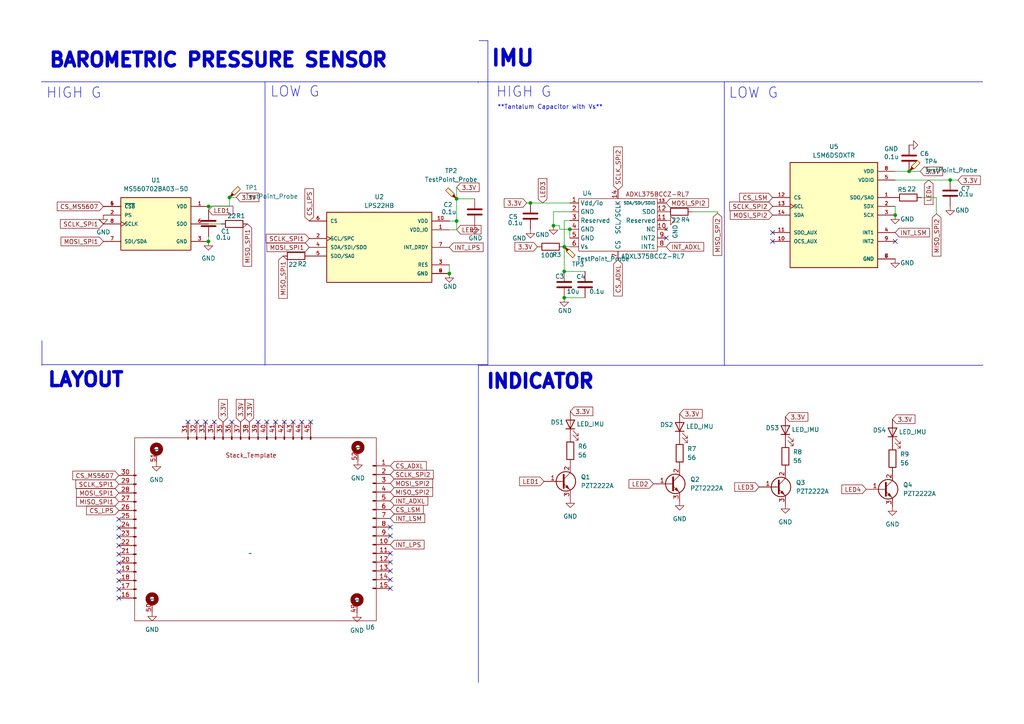
<source format=kicad_sch>
(kicad_sch (version 20230121) (generator eeschema)
  (paper "A4")
  (lib_symbols
    (symbol "ADXL375BCCZ-RL7_1"
      (property "Reference" "U" (at -6.35 0 0))
      (symbol "ADXL375BCCZ-RL7_1_0_1"
        (rectangle (start -7.62 -1.27) (end 15.24 -16.51))
      )
      (symbol "ADXL375BCCZ-RL7_1_1_1"
        (text "ADXL375BCCZ-RL7" (at 15.24 0 0) (effects (font (size 1.27 1.27))))
        (pin power_in line (at -10.16 -2.54 0) (length 2.54) (name "Vdd/io") (number "1"))
        (pin no_connect line (at 17.78 -10.16 180) (length 2.54) (name "NC") (number "10"))
        (pin bidirectional line (at 17.78 -7.62 180) (length 2.54) (name "Reserved") (number "11"))
        (pin bidirectional line (at 17.78 -5.08 180) (length 2.54) (name "SDO") (number "12"))
        (pin bidirectional line (at 17.78 -2.54 180) (length 2.54) (name "SDA/SDI/SDIO") (number "13"))
        (pin bidirectional line (at 3.81 1.27 270) (length 2.54) (name "SCL/SCLK") (number "14"))
        (pin power_in line (at -10.16 -5.08 0) (length 2.54) (name "GND") (number "2"))
        (pin bidirectional line (at -10.16 -7.62 0) (length 2.54) (name "Reserved") (number "3"))
        (pin power_in line (at -10.16 -10.16 0) (length 2.54) (name "GND") (number "4"))
        (pin power_in line (at -10.16 -12.7 0) (length 2.54) (name "GND") (number "5"))
        (pin power_in line (at -10.16 -15.24 0) (length 2.54) (name "Vs") (number "6"))
        (pin bidirectional line (at 3.81 -19.05 90) (length 2.54) (name "CS") (number "7"))
        (pin bidirectional line (at 17.78 -15.24 180) (length 2.54) (name "INT1") (number "8"))
        (pin bidirectional line (at 17.78 -12.7 180) (length 2.54) (name "INT2") (number "9"))
      )
    )
    (symbol "Connector:TestPoint_Probe" (pin_numbers hide) (pin_names (offset 0.762) hide)
      (property "Reference" "TP" (at 1.651 5.842 0))
      (property "Value" "TestPoint_Probe" (at 1.651 4.064 0))
      (symbol "TestPoint_Probe_0_1"
        (polyline (pts (xy 1.27 0.762) (xy 0 0) (xy 0.762 1.27) (xy 1.27 0.762)) (fill (type outline)))
        (polyline (pts (xy 1.397 0.635) (xy 0.635 1.397) (xy 2.413 3.175) (xy 3.175 2.413) (xy 1.397 0.635)) (fill (type background)))
      )
      (symbol "TestPoint_Probe_1_1"
        (pin passive line (at 0 0 90) (length 0) (name "1") (number "1"))
      )
    )
    (symbol "Device:C" (pin_numbers hide) (pin_names (offset 0.254))
      (property "Reference" "C" (at 0.635 2.54 0))
      (property "Value" "C" (at 0.635 -2.54 0))
      (symbol "C_0_1"
        (polyline (pts (xy -2.032 -0.762) (xy 2.032 -0.762)) (stroke (width 0.508)))
        (polyline (pts (xy -2.032 0.762) (xy 2.032 0.762)) (stroke (width 0.508)))
      )
      (symbol "C_1_1"
        (pin passive line (at 0 3.81 270) (length 2.794) (name "~") (number "1"))
        (pin passive line (at 0 -3.81 90) (length 2.794) (name "~") (number "2"))
      )
    )
    (symbol "Device:LED" (pin_numbers hide) (pin_names (offset 1.016) hide)
      (property "Reference" "D" (at 0 2.54 0))
      (property "Value" "LED" (at 0 -2.54 0))
      (symbol "LED_0_1"
        (polyline (pts (xy -1.27 -1.27) (xy -1.27 1.27)) (stroke (width 0.254)))
        (polyline (pts (xy -1.27 0) (xy 1.27 0)))
        (polyline (pts (xy 1.27 -1.27) (xy 1.27 1.27) (xy -1.27 0) (xy 1.27 -1.27)) (stroke (width 0.254)))
        (polyline (pts (xy -3.048 -0.762) (xy -4.572 -2.286) (xy -3.81 -2.286) (xy -4.572 -2.286) (xy -4.572 -1.524)))
        (polyline (pts (xy -1.778 -0.762) (xy -3.302 -2.286) (xy -2.54 -2.286) (xy -3.302 -2.286) (xy -3.302 -1.524)))
      )
      (symbol "LED_1_1"
        (pin passive line (at -3.81 0 0) (length 2.54) (name "K") (number "1"))
        (pin passive line (at 3.81 0 180) (length 2.54) (name "A") (number "2"))
      )
    )
    (symbol "Device:R" (pin_numbers hide) (pin_names (offset 0))
      (property "Reference" "R" (at 2.032 0 90))
      (property "Value" "R" (at 0 0 90))
      (symbol "R_0_1"
        (rectangle (start -1.016 -2.54) (end 1.016 2.54) (stroke (width 0.254)))
      )
      (symbol "R_1_1"
        (pin passive line (at 0 3.81 270) (length 1.27) (name "~") (number "1"))
        (pin passive line (at 0 -3.81 90) (length 1.27) (name "~") (number "2"))
      )
    )
    (symbol "GND_1" (power) (pin_names (offset 0))
      (property "Value" "GND_1" (at 0 -3.81 0))
      (symbol "GND_1_0_1"
        (polyline (pts (xy 0 0) (xy 0 -1.27) (xy 1.27 -1.27) (xy 0 -2.54) (xy -1.27 -1.27) (xy 0 -1.27)))
      )
      (symbol "GND_1_1_1"
        (pin power_in line (at 0 0 270) (length 0) hide (name "GND") (number "1"))
      )
    )
    (symbol "LPS22HB:LPS22HB" (pin_names (offset 1.016))
      (property "Reference" "U" (at -15.2553 10.6787 0))
      (property "Value" "LPS22HB" (at -15.2534 -13.2196 0))
      (symbol "LPS22HB_0_0"
        (rectangle (start -15.24 -10.16) (end 15.24 10.16) (stroke (width 0.254)) (fill (type background)))
        (pin power_in line (at 20.32 5.08 180) (length 5.08) (name "VDD_IO") (number "1"))
        (pin power_in line (at 20.32 7.62 180) (length 5.08) (name "VDD") (number "10"))
        (pin input clock (at -20.32 2.54 0) (length 5.08) (name "SCL/SPC") (number "2"))
        (pin power_in line (at 20.32 -5.08 180) (length 5.08) (name "RES") (number "3"))
        (pin bidirectional line (at -20.32 0 0) (length 5.08) (name "SDA/SDI/SDO") (number "4"))
        (pin bidirectional line (at -20.32 -2.54 0) (length 5.08) (name "SDO/SA0") (number "5"))
        (pin input line (at -20.32 7.62 0) (length 5.08) (name "CS") (number "6"))
        (pin output line (at 20.32 0 180) (length 5.08) (name "INT_DRDY") (number "7"))
        (pin power_in line (at 20.32 -7.62 180) (length 5.08) (name "GND") (number "8"))
        (pin power_in line (at 20.32 -7.62 180) (length 5.08) (name "GND") (number "9"))
      )
    )
    (symbol "LSM6DSOXTR:LSM6DSOXTR" (pin_names (offset 1.016))
      (property "Reference" "U" (at -12.7 16.002 0))
      (property "Value" "LSM6DSOXTR" (at -12.7 -17.78 0))
      (symbol "LSM6DSOXTR_0_0"
        (rectangle (start -12.7 -15.24) (end 12.7 15.24) (stroke (width 0.254)) (fill (type background)))
        (pin bidirectional line (at 17.78 5.08 180) (length 5.08) (name "SDO/SA0") (number "1"))
        (pin bidirectional line (at -17.78 -7.62 0) (length 5.08) (name "OCS_AUX") (number "10"))
        (pin bidirectional line (at -17.78 -5.08 0) (length 5.08) (name "SDO_AUX") (number "11"))
        (pin input line (at -17.78 5.08 0) (length 5.08) (name "CS") (number "12"))
        (pin input clock (at -17.78 2.54 0) (length 5.08) (name "SCL") (number "13"))
        (pin bidirectional line (at -17.78 0 0) (length 5.08) (name "SDA") (number "14"))
        (pin bidirectional line (at 17.78 2.54 180) (length 5.08) (name "SDX") (number "2"))
        (pin bidirectional line (at 17.78 0 180) (length 5.08) (name "SCX") (number "3"))
        (pin output line (at 17.78 -5.08 180) (length 5.08) (name "INT1") (number "4"))
        (pin power_in line (at 17.78 10.16 180) (length 5.08) (name "VDDIO") (number "5"))
        (pin power_in line (at 17.78 -12.7 180) (length 5.08) (name "GND") (number "6"))
        (pin power_in line (at 17.78 -12.7 180) (length 5.08) (name "GND") (number "7"))
        (pin power_in line (at 17.78 12.7 180) (length 5.08) (name "VDD") (number "8"))
        (pin output line (at 17.78 -7.62 180) (length 5.08) (name "INT2") (number "9"))
      )
    )
    (symbol "MS560702BA03-50:MS560702BA03-50" (pin_names (offset 1.016))
      (property "Reference" "U" (at -10.1694 8.3898 0))
      (property "Value" "MS560702BA03-50" (at -10.1682 -10.1682 0))
      (symbol "MS560702BA03-50_0_0"
        (rectangle (start -10.16 -7.62) (end 10.16 7.62) (stroke (width 0.254)) (fill (type background)))
        (pin power_in line (at 15.24 5.08 180) (length 5.08) (name "VDD") (number "1"))
        (pin input line (at -15.24 2.54 0) (length 5.08) (name "PS") (number "2"))
        (pin power_in line (at 15.24 -5.08 180) (length 5.08) (name "GND") (number "3"))
        (pin input line (at -15.24 5.08 0) (length 5.08) (name "~{CSB}") (number "4"))
        (pin input line (at -15.24 5.08 0) (length 5.08) (name "~{CSB}") (number "5"))
        (pin output line (at 15.24 0 180) (length 5.08) (name "SDO") (number "6"))
        (pin bidirectional line (at -15.24 -5.08 0) (length 5.08) (name "SDI/SDA") (number "7"))
        (pin input clock (at -15.24 0 0) (length 5.08) (name "SCLK") (number "8"))
      )
    )
    (symbol "Transistor_BJT:PZT2222A" (pin_names (offset 0) hide)
      (property "Reference" "Q" (at 5.08 1.905 0))
      (property "Value" "PZT2222A" (at 5.08 0 0))
      (symbol "PZT2222A_0_1"
        (polyline (pts (xy 0 0) (xy 0.635 0)))
        (polyline (pts (xy 2.54 -2.54) (xy 0.635 -0.635)))
        (polyline (pts (xy 2.54 2.54) (xy 0.635 0.635)))
        (polyline (pts (xy 0.635 1.905) (xy 0.635 -1.905) (xy 0.635 -1.905)) (stroke (width 0.508)))
        (polyline (pts (xy 2.286 -2.286) (xy 1.778 -1.778) (xy 1.778 -1.778)))
        (polyline (pts (xy 1.143 -1.651) (xy 1.651 -1.143) (xy 2.159 -2.159) (xy 1.143 -1.651) (xy 1.143 -1.651)) (fill (type outline)))
        (circle (center 1.27 0) (radius 2.8194) (stroke (width 0.254)))
      )
      (symbol "PZT2222A_1_1"
        (pin input line (at -5.08 0 0) (length 5.08) (name "B") (number "1"))
        (pin passive line (at 2.54 5.08 270) (length 2.54) (name "C") (number "2"))
        (pin passive line (at 2.54 -5.08 90) (length 2.54) (name "E") (number "3"))
      )
    )
    (symbol "fc_stack:Template"
      (property "Reference" "U" (at 0 0 0))
      (symbol "Template_0_1"
        (circle (center -28.448 -13.208) (radius 1.27) (stroke (width 1.27)))
        (circle (center -27.178 30.226) (radius 1.27) (stroke (width 1.27)))
        (circle (center 30.988 -13.462) (radius 1.27) (stroke (width 1.27)))
        (circle (center 31.242 30.734) (radius 1.27) (stroke (width 1.27)))
      )
      (symbol "Template_1_1"
        (rectangle (start -33.8836 -13.081) (end -33.02 -12.827) (stroke (width 0.1524)) (fill (type outline)))
        (rectangle (start -33.8836 -10.541) (end -33.02 -10.287) (stroke (width 0.1524)) (fill (type outline)))
        (rectangle (start -33.8836 -8.001) (end -33.02 -7.747) (stroke (width 0.1524)) (fill (type outline)))
        (rectangle (start -33.8836 -5.461) (end -33.02 -5.207) (stroke (width 0.1524)) (fill (type outline)))
        (rectangle (start -33.8836 -2.921) (end -33.02 -2.667) (stroke (width 0.1524)) (fill (type outline)))
        (rectangle (start -33.8836 -0.381) (end -33.02 -0.127) (stroke (width 0.1524)) (fill (type outline)))
        (rectangle (start -33.8836 2.159) (end -33.02 2.413) (stroke (width 0.1524)) (fill (type outline)))
        (rectangle (start -33.8836 4.699) (end -33.02 4.953) (stroke (width 0.1524)) (fill (type outline)))
        (rectangle (start -33.8836 7.239) (end -33.02 7.493) (stroke (width 0.1524)) (fill (type outline)))
        (rectangle (start -33.8836 9.779) (end -33.02 10.033) (stroke (width 0.1524)) (fill (type outline)))
        (rectangle (start -33.8836 12.319) (end -33.02 12.573) (stroke (width 0.1524)) (fill (type outline)))
        (rectangle (start -33.8836 14.859) (end -33.02 15.113) (stroke (width 0.1524)) (fill (type outline)))
        (rectangle (start -33.8836 17.399) (end -33.02 17.653) (stroke (width 0.1524)) (fill (type outline)))
        (rectangle (start -33.8836 19.939) (end -33.02 20.193) (stroke (width 0.1524)) (fill (type outline)))
        (rectangle (start -33.8836 22.479) (end -33.02 22.733) (stroke (width 0.1524)) (fill (type outline)))
        (rectangle (start -33.528 33.528) (end 36.576 -19.558))
        (rectangle (start -18.161 33.8836) (end -17.907 33.02) (stroke (width 0.1524)) (fill (type outline)))
        (rectangle (start -15.621 33.8836) (end -15.367 33.02) (stroke (width 0.1524)) (fill (type outline)))
        (rectangle (start -13.081 33.8836) (end -12.827 33.02) (stroke (width 0.1524)) (fill (type outline)))
        (rectangle (start -10.541 33.8836) (end -10.287 33.02) (stroke (width 0.1524)) (fill (type outline)))
        (rectangle (start -8.001 33.8836) (end -7.747 33.02) (stroke (width 0.1524)) (fill (type outline)))
        (rectangle (start -5.461 33.8836) (end -5.207 33.02) (stroke (width 0.1524)) (fill (type outline)))
        (rectangle (start -2.921 33.8836) (end -2.667 33.02) (stroke (width 0.1524)) (fill (type outline)))
        (rectangle (start -0.381 33.8836) (end -0.127 33.02) (stroke (width 0.1524)) (fill (type outline)))
        (polyline (pts (xy -34.29 -12.954) (xy -33.8836 -12.954)) (stroke (width 0.1524)))
        (polyline (pts (xy -34.29 -10.414) (xy -33.8836 -10.414)) (stroke (width 0.1524)))
        (polyline (pts (xy -34.29 -7.874) (xy -33.8836 -7.874)) (stroke (width 0.1524)))
        (polyline (pts (xy -34.29 -5.334) (xy -33.8836 -5.334)) (stroke (width 0.1524)))
        (polyline (pts (xy -34.29 -2.794) (xy -33.8836 -2.794)) (stroke (width 0.1524)))
        (polyline (pts (xy -34.29 -0.254) (xy -33.8836 -0.254)) (stroke (width 0.1524)))
        (polyline (pts (xy -34.29 2.286) (xy -33.8836 2.286)) (stroke (width 0.1524)))
        (polyline (pts (xy -34.29 4.826) (xy -33.8836 4.826)) (stroke (width 0.1524)))
        (polyline (pts (xy -34.29 7.366) (xy -33.8836 7.366)) (stroke (width 0.1524)))
        (polyline (pts (xy -34.29 9.906) (xy -33.8836 9.906)) (stroke (width 0.1524)))
        (polyline (pts (xy -34.29 12.446) (xy -33.8836 12.446)) (stroke (width 0.1524)))
        (polyline (pts (xy -34.29 14.986) (xy -33.8836 14.986)) (stroke (width 0.1524)))
        (polyline (pts (xy -34.29 17.526) (xy -33.8836 17.526)) (stroke (width 0.1524)))
        (polyline (pts (xy -34.29 20.066) (xy -33.8836 20.066)) (stroke (width 0.1524)))
        (polyline (pts (xy -34.29 22.606) (xy -33.8836 22.606)) (stroke (width 0.1524)))
        (polyline (pts (xy -18.034 34.29) (xy -18.034 33.8836)) (stroke (width 0.1524)))
        (polyline (pts (xy -15.494 34.29) (xy -15.494 33.8836)) (stroke (width 0.1524)))
        (polyline (pts (xy -12.954 34.29) (xy -12.954 33.8836)) (stroke (width 0.1524)))
        (polyline (pts (xy -10.414 34.29) (xy -10.414 33.8836)) (stroke (width 0.1524)))
        (polyline (pts (xy -7.874 34.29) (xy -7.874 33.8836)))
        (polyline (pts (xy -5.334 34.29) (xy -5.334 33.8836)) (stroke (width 0.1524)))
        (polyline (pts (xy -2.794 34.29) (xy -2.794 33.8836)) (stroke (width 0.1524)))
        (polyline (pts (xy -0.254 34.29) (xy -0.254 33.8836)) (stroke (width 0.1524)))
        (polyline (pts (xy 2.286 34.29) (xy 2.286 33.8836)) (stroke (width 0.1524)))
        (polyline (pts (xy 4.826 34.29) (xy 4.826 33.8836)) (stroke (width 0.1524)))
        (polyline (pts (xy 7.366 34.29) (xy 7.366 33.8836)) (stroke (width 0.1524)))
        (polyline (pts (xy 9.906 34.29) (xy 9.906 33.8836)) (stroke (width 0.1524)))
        (polyline (pts (xy 12.446 34.29) (xy 12.446 33.8836)) (stroke (width 0.1524)))
        (polyline (pts (xy 14.986 34.29) (xy 14.986 33.8836)) (stroke (width 0.1524)))
        (polyline (pts (xy 17.526 34.29) (xy 17.526 33.8836)) (stroke (width 0.1524)))
        (polyline (pts (xy 36.83 -10.16) (xy 36.4236 -10.16)) (stroke (width 0.1524)))
        (polyline (pts (xy 36.83 -7.62) (xy 36.4236 -7.62)) (stroke (width 0.1524)))
        (polyline (pts (xy 36.83 -5.08) (xy 36.4236 -5.08)) (stroke (width 0.1524)))
        (polyline (pts (xy 36.83 -2.54) (xy 36.4236 -2.54)) (stroke (width 0.1524)))
        (polyline (pts (xy 36.83 0) (xy 36.4236 0)) (stroke (width 0.1524)))
        (polyline (pts (xy 36.83 2.54) (xy 36.4236 2.54)) (stroke (width 0.1524)))
        (polyline (pts (xy 36.83 5.08) (xy 36.4236 5.08)) (stroke (width 0.1524)))
        (polyline (pts (xy 36.83 7.62) (xy 36.4236 7.62)) (stroke (width 0.1524)))
        (polyline (pts (xy 36.83 10.16) (xy 36.4236 10.16)) (stroke (width 0.1524)))
        (polyline (pts (xy 36.83 12.7) (xy 36.4236 12.7)) (stroke (width 0.1524)))
        (polyline (pts (xy 36.83 15.24) (xy 36.4236 15.24)) (stroke (width 0.1524)))
        (polyline (pts (xy 36.83 17.78) (xy 36.4236 17.78)) (stroke (width 0.1524)))
        (polyline (pts (xy 36.83 20.32) (xy 36.4236 20.32)) (stroke (width 0.1524)))
        (polyline (pts (xy 36.83 22.86) (xy 36.4236 22.86)) (stroke (width 0.1524)))
        (polyline (pts (xy 36.83 25.4) (xy 36.4236 25.4)) (stroke (width 0.1524)))
        (rectangle (start 2.159 33.8836) (end 2.413 33.02) (stroke (width 0.1524)) (fill (type outline)))
        (rectangle (start 4.699 33.8836) (end 4.953 33.02) (stroke (width 0.1524)) (fill (type outline)))
        (rectangle (start 7.239 33.8836) (end 7.493 33.02) (stroke (width 0.1524)) (fill (type outline)))
        (rectangle (start 9.779 33.8836) (end 10.033 33.02) (stroke (width 0.1524)) (fill (type outline)))
        (rectangle (start 12.319 33.8836) (end 12.573 33.02) (stroke (width 0.1524)) (fill (type outline)))
        (rectangle (start 14.859 33.8836) (end 15.113 33.02) (stroke (width 0.1524)) (fill (type outline)))
        (rectangle (start 17.399 33.8836) (end 17.653 33.02) (stroke (width 0.1524)) (fill (type outline)))
        (rectangle (start 36.4236 -10.033) (end 35.56 -10.287) (stroke (width 0.1524)) (fill (type outline)))
        (rectangle (start 36.4236 -7.493) (end 35.56 -7.747) (stroke (width 0.1524)) (fill (type outline)))
        (rectangle (start 36.4236 -4.953) (end 35.56 -5.207) (stroke (width 0.1524)) (fill (type outline)))
        (rectangle (start 36.4236 -2.413) (end 35.56 -2.667) (stroke (width 0.1524)) (fill (type outline)))
        (rectangle (start 36.4236 0.127) (end 35.56 -0.127) (stroke (width 0.1524)) (fill (type outline)))
        (rectangle (start 36.4236 2.667) (end 35.56 2.413) (stroke (width 0.1524)) (fill (type outline)))
        (rectangle (start 36.4236 5.207) (end 35.56 4.953) (stroke (width 0.1524)) (fill (type outline)))
        (rectangle (start 36.4236 7.747) (end 35.56 7.493) (stroke (width 0.1524)) (fill (type outline)))
        (rectangle (start 36.4236 10.287) (end 35.56 10.033) (stroke (width 0.1524)) (fill (type outline)))
        (rectangle (start 36.4236 12.827) (end 35.56 12.573) (stroke (width 0.1524)) (fill (type outline)))
        (rectangle (start 36.4236 15.367) (end 35.56 15.113) (stroke (width 0.1524)) (fill (type outline)))
        (rectangle (start 36.4236 17.907) (end 35.56 17.653) (stroke (width 0.1524)) (fill (type outline)))
        (rectangle (start 36.4236 20.447) (end 35.56 20.193) (stroke (width 0.1524)) (fill (type outline)))
        (rectangle (start 36.4236 22.987) (end 35.56 22.733) (stroke (width 0.1524)) (fill (type outline)))
        (rectangle (start 36.4236 25.527) (end 35.56 25.273) (stroke (width 0.1524)) (fill (type outline)))
        (text "Stack_Template\n" (at 0.254 28.448 0) (effects (font (size 1.27 1.27))))
        (pin passive line (at 40.64 25.4 180) (length 3.81) (name "") (number "1"))
        (pin passive line (at 40.64 2.54 180) (length 3.81) (name "") (number "10"))
        (pin passive line (at 40.64 0 180) (length 3.81) (name "") (number "11"))
        (pin passive line (at 40.64 -2.54 180) (length 3.81) (name "") (number "12"))
        (pin passive line (at 40.64 -5.08 180) (length 3.81) (name "") (number "13"))
        (pin passive line (at 40.64 -7.62 180) (length 3.81) (name "") (number "14"))
        (pin passive line (at 40.64 -10.16 180) (length 3.81) (name "") (number "15"))
        (pin passive line (at -38.1 -12.954 0) (length 3.81) (name "") (number "16"))
        (pin passive line (at -38.1 -10.414 0) (length 3.81) (name "") (number "17"))
        (pin passive line (at -38.1 -7.874 0) (length 3.81) (name "") (number "18"))
        (pin passive line (at -38.1 -5.334 0) (length 3.81) (name "") (number "19"))
        (pin passive line (at 40.64 22.86 180) (length 3.81) (name "") (number "2"))
        (pin passive line (at -38.1 -2.794 0) (length 3.81) (name "") (number "20"))
        (pin passive line (at -38.1 -0.254 0) (length 3.81) (name "") (number "21"))
        (pin passive line (at -38.1 2.286 0) (length 3.81) (name "") (number "22"))
        (pin passive line (at -38.1 4.826 0) (length 3.81) (name "") (number "23"))
        (pin passive line (at -38.1 7.366 0) (length 3.81) (name "") (number "24"))
        (pin passive line (at -38.1 9.906 0) (length 3.81) (name "") (number "25"))
        (pin passive line (at -38.1 12.446 0) (length 3.81) (name "") (number "26"))
        (pin passive line (at -38.1 14.986 0) (length 3.81) (name "") (number "27"))
        (pin passive line (at -38.1 17.526 0) (length 3.81) (name "") (number "28"))
        (pin passive line (at -38.1 20.066 0) (length 3.81) (name "") (number "29"))
        (pin passive line (at 40.64 20.32 180) (length 3.81) (name "") (number "3"))
        (pin passive line (at -38.1 22.606 0) (length 3.81) (name "") (number "30"))
        (pin passive line (at -18.034 38.1 270) (length 3.81) (name "") (number "31"))
        (pin passive line (at -15.494 38.1 270) (length 3.81) (name "") (number "32"))
        (pin passive line (at -12.954 38.1 270) (length 3.81) (name "") (number "33"))
        (pin passive line (at -10.414 38.1 270) (length 3.81) (name "") (number "34"))
        (pin passive line (at -7.874 38.1 270) (length 3.81) (name "") (number "35"))
        (pin passive line (at -5.334 38.1 270) (length 3.81) (name "") (number "36"))
        (pin passive line (at -2.794 38.1 270) (length 3.81) (name "") (number "37"))
        (pin passive line (at -0.254 38.1 270) (length 3.81) (name "") (number "38"))
        (pin passive line (at 2.286 38.1 270) (length 3.81) (name "") (number "39"))
        (pin passive line (at 40.64 17.78 180) (length 3.81) (name "") (number "4"))
        (pin passive line (at 4.826 38.1 270) (length 3.81) (name "") (number "40"))
        (pin passive line (at 7.366 38.1 270) (length 3.81) (name "") (number "41"))
        (pin passive line (at 9.906 38.1 270) (length 3.81) (name "") (number "42"))
        (pin passive line (at 12.446 38.1 270) (length 3.81) (name "") (number "43"))
        (pin passive line (at 14.986 38.1 270) (length 3.81) (name "") (number "44"))
        (pin passive line (at 17.526 38.1 270) (length 3.81) (name "") (number "45"))
        (pin input line (at 30.988 -17.272 90) (length 2.54) (name "1") (number "49"))
        (pin passive line (at 40.64 15.24 180) (length 3.81) (name "") (number "5"))
        (pin input line (at -28.448 -17.018 90) (length 2.54) (name "1") (number "50"))
        (pin input line (at -27.178 26.416 90) (length 2.54) (name "1") (number "51"))
        (pin input line (at 31.242 26.924 90) (length 2.54) (name "1") (number "52"))
        (pin passive line (at 40.64 12.7 180) (length 3.81) (name "") (number "6"))
        (pin passive line (at 40.64 10.16 180) (length 3.81) (name "") (number "7"))
        (pin passive line (at 40.64 7.62 180) (length 3.81) (name "") (number "8"))
        (pin passive line (at 40.64 5.08 180) (length 3.81) (name "") (number "9"))
      )
    )
    (symbol "power:GND" (power) (pin_names (offset 0))
      (property "Value" "GND" (at 0 -3.81 0))
      (symbol "GND_0_1"
        (polyline (pts (xy 0 0) (xy 0 -1.27) (xy 1.27 -1.27) (xy 0 -2.54) (xy -1.27 -1.27) (xy 0 -1.27)))
      )
      (symbol "GND_1_1"
        (pin power_in line (at 0 0 270) (length 0) hide (name "GND") (number "1"))
      )
    )
  )
  (junction (at 163.6522 71.5772))
  (junction (at 263.6774 49.6824))
  (junction (at 60.5028 59.8678))
  (junction (at 160.528 65.4558))
  (junction (at 130.3274 79.3496))
  (junction (at 66.548 57.277))
  (junction (at 132.4356 64.1096))
  (junction (at 163.6522 86.36))
  (junction (at 163.6522 78.74))
  (junction (at 165.2778 66.4972))
  (junction (at 259.6388 62.3824))
  (junction (at 60.452 70.0278))
  (junction (at 275.59 52.2224))
  (junction (at 132.4356 57.658))
  (junction (at 153.8478 58.8772))
  (no_connect (at 34.4678 155.6766))
  (no_connect (at 87.5538 122.4026))
  (no_connect (at 34.4678 150.5966))
  (no_connect (at 113.2078 163.0426))
  (no_connect (at 224.0788 70.0024))
  (no_connect (at 224.0788 67.4624))
  (no_connect (at 62.1538 122.4026))
  (no_connect (at 54.5338 122.4026))
  (no_connect (at 34.4678 168.3766))
  (no_connect (at 113.2078 165.5826))
  (no_connect (at 34.4678 163.2966))
  (no_connect (at 85.0138 122.4026))
  (no_connect (at 79.9338 122.4026))
  (no_connect (at 90.0938 122.4026))
  (no_connect (at 59.6138 122.4026))
  (no_connect (at 74.8538 122.4026))
  (no_connect (at 34.4678 170.9166))
  (no_connect (at 34.4678 160.7566))
  (no_connect (at 113.2078 152.8826))
  (no_connect (at 113.2078 170.6626))
  (no_connect (at 77.3938 122.4026))
  (no_connect (at 34.4678 158.2166))
  (no_connect (at 193.2178 69.0372))
  (no_connect (at 67.2338 122.4026))
  (no_connect (at 113.2078 155.4226))
  (no_connect (at 113.2078 168.1226))
  (no_connect (at 34.4678 165.8366))
  (no_connect (at 113.2078 160.5026))
  (no_connect (at 34.4678 153.1366))
  (no_connect (at 259.6388 70.0024))
  (no_connect (at 82.4738 122.4026))
  (no_connect (at 57.0738 122.4026))
  (no_connect (at 34.4678 173.4566))
  (polyline (pts (xy 285.0642 105.8672) (xy 285.0642 105.9434)))
  (wire (pts (xy 132.4356 57.658) (xy 132.4356 54.3306)))
  (wire (pts (xy 60.5028 70.0278) (xy 60.452 70.0278)))
  (wire (pts (xy 259.6388 59.8424) (xy 259.6388 62.3824)))
  (wire (pts (xy 163.4998 71.5772) (xy 163.6522 71.5772)))
  (polyline (pts (xy 138.7856 105.9434) (xy 285.0642 105.9434)))
  (polyline (pts (xy 138.684 23.7236) (xy 138.684 23.9268)))
  (wire (pts (xy 132.4356 57.658) (xy 132.4356 64.1096)))
  (polyline (pts (xy 138.684 23.7236) (xy 285.0134 23.7236)))
  (polyline (pts (xy 76.835 23.7236) (xy 138.684 23.7236)))
  (wire (pts (xy 277.7998 52.2732) (xy 277.7998 52.2224)))
  (wire (pts (xy 130.3274 64.1096) (xy 132.4356 64.1096)))
  (wire (pts (xy 64.1096 64.9478) (xy 60.452 64.9478)))
  (wire (pts (xy 130.3274 76.8096) (xy 130.3274 79.3496)))
  (wire (pts (xy 163.6522 63.9572) (xy 163.6522 71.5772)))
  (wire (pts (xy 208.1022 61.4172) (xy 208.1022 61.8236)))
  (polyline (pts (xy 12.1666 98.806) (xy 12.1666 105.9688)))
  (wire (pts (xy 61.7982 59.8424) (xy 60.5028 59.8678)))
  (wire (pts (xy 162.3314 66.4972) (xy 162.3314 65.4558)))
  (wire (pts (xy 277.7998 52.2224) (xy 275.59 52.2224)))
  (wire (pts (xy 271.5768 62.0014) (xy 271.653 62.0014)))
  (wire (pts (xy 66.548 57.2516) (xy 66.548 57.277)))
  (polyline (pts (xy 12.1666 105.7656) (xy 141.5034 105.7656)))
  (wire (pts (xy 160.528 61.4172) (xy 160.528 65.4558)))
  (wire (pts (xy 152.781 58.8772) (xy 153.8478 58.8772)))
  (polyline (pts (xy 76.8604 105.8926) (xy 76.8604 23.7236)))
  (polyline (pts (xy 138.7602 105.918) (xy 138.7602 197.993)))
  (wire (pts (xy 153.8478 58.8772) (xy 165.2778 58.8772)))
  (wire (pts (xy 271.5768 57.3024) (xy 271.5768 62.0014)))
  (wire (pts (xy 165.2778 66.4972) (xy 165.2778 69.0372)))
  (wire (pts (xy 275.59 52.2224) (xy 259.6388 52.2224)))
  (wire (pts (xy 60.4774 61.0362) (xy 60.5028 61.0108)))
  (wire (pts (xy 266.8778 49.7078) (xy 266.8524 49.7078)))
  (wire (pts (xy 165.2778 63.9572) (xy 163.6522 63.9572)))
  (wire (pts (xy 263.6774 49.6824) (xy 259.6388 49.6824)))
  (polyline (pts (xy 141.5034 11.7856) (xy 138.938 11.7856)))
  (wire (pts (xy 60.5028 68.6308) (xy 60.5028 70.0278)))
  (polyline (pts (xy 141.5034 105.7656) (xy 141.5034 11.7856)))
  (polyline (pts (xy 210.0834 23.7236) (xy 210.0834 105.9434)))
  (polyline (pts (xy 12.0142 23.7236) (xy 76.8604 23.7236)))
  (wire (pts (xy 200.8378 61.4172) (xy 208.1022 61.4172)))
  (wire (pts (xy 60.5028 59.8678) (xy 60.4774 61.0362)))
  (wire (pts (xy 132.4356 64.1096) (xy 132.4356 66.6496)))
  (wire (pts (xy 132.4356 57.658) (xy 137.6934 57.658)))
  (wire (pts (xy 277.8252 52.2732) (xy 277.7998 52.2732)))
  (wire (pts (xy 266.8524 49.6824) (xy 263.6774 49.6824)))
  (wire (pts (xy 165.2778 66.4972) (xy 162.3314 66.4972)))
  (wire (pts (xy 66.548 59.8424) (xy 61.7982 59.8424)))
  (wire (pts (xy 267.2588 57.3024) (xy 271.5768 57.3024)))
  (wire (pts (xy 66.548 57.277) (xy 66.548 59.8424)))
  (wire (pts (xy 163.6522 86.36) (xy 169.6974 86.36)))
  (wire (pts (xy 163.6522 71.5772) (xy 165.2778 71.5772)))
  (wire (pts (xy 130.3274 66.6496) (xy 132.4356 66.6496)))
  (wire (pts (xy 60.5028 59.8678) (xy 60.452 59.8678)))
  (wire (pts (xy 266.8524 49.7078) (xy 266.8524 49.6824)))
  (wire (pts (xy 162.3314 65.4558) (xy 160.528 65.4558)))
  (wire (pts (xy 68.5546 57.2516) (xy 66.548 57.2516)))
  (wire (pts (xy 163.6522 71.5772) (xy 163.6522 78.74)))
  (wire (pts (xy 163.6522 78.74) (xy 169.6974 78.74)))
  (wire (pts (xy 165.2778 61.4172) (xy 160.528 61.4172)))
  (text "LOW G" (at 211.2772 28.829 0) (effects (font (size 3 3)) (justify left bottom)))
  (text "BAROMETRIC PRESSURE SENSOR\n" (at 112.7506 19.9136 0) (effects (font (size 4 4) (thickness 1.0008) bold) (justify right bottom)))
  (text "IMU\n\n" (at 155.3972 26.924 0) (effects (font (size 4.5 4.5) (thickness 1.0008) bold) (justify right bottom)))
  (text "INDICATOR\n" (at 172.6946 113.1062 0) (effects (font (size 4 4) (thickness 1.0008) bold) (justify right bottom)))
  (text "LOW G" (at 78.2828 28.4734 0) (effects (font (size 3 3)) (justify left bottom)))
  (text "**Tantalum Capacitor with Vs**" (at 144.2466 31.9024 0) (effects (font (size 1.27 1.27)) (justify left bottom)))
  (text "HIGH G" (at 13.3096 28.829 0) (effects (font (size 3 3)) (justify left bottom)))
  (text "LAYOUT\n" (at 36.2966 112.6236 0) (effects (font (size 4 4) (thickness 1.0008) bold) (justify right bottom)))
  (text "HIGH G" (at 143.8148 28.5496 0) (effects (font (size 3 3)) (justify left bottom)))
  (global_label "SCLK_SPI2" (shape input) (at 224.0788 59.8424 180) (property "Intersheetrefs" "${INTERSHEET_REFS}" (effects hide)))
  (global_label "3.3V" (shape input) (at 277.8252 52.2732 0) (property "Intersheetrefs" "${INTERSHEET_REFS}" (effects hide)))
  (global_label "SCLK_SPI1" (shape input) (at 34.4678 140.4366 180) (property "Intersheetrefs" "${INTERSHEET_REFS}" (effects hide)))
  (global_label "MISO_SPI1" (shape input) (at 71.7296 64.9478 270) (property "Intersheetrefs" "${INTERSHEET_REFS}" (effects hide)))
  (global_label "LED1" (shape input) (at 60.4774 61.0362 0) (property "Intersheetrefs" "${INTERSHEET_REFS}" (effects hide)))
  (global_label "3.3V" (shape input) (at 152.781 58.8772 180) (property "Intersheetrefs" "${INTERSHEET_REFS}" (effects hide)))
  (global_label "3.3V" (shape input) (at 64.6938 122.4026 90) (property "Intersheetrefs" "${INTERSHEET_REFS}" (effects hide)))
  (global_label "3.3V" (shape input) (at 197.1294 120.015 0) (property "Intersheetrefs" "${INTERSHEET_REFS}" (effects hide)))
  (global_label "INT_LSM" (shape input) (at 259.6388 67.4624 0) (property "Intersheetrefs" "${INTERSHEET_REFS}" (effects hide)))
  (global_label "LED3" (shape input) (at 220.1672 141.2494 180) (property "Intersheetrefs" "${INTERSHEET_REFS}" (effects hide)))
  (global_label "CS_MS5607" (shape input) (at 34.4678 137.8966 180) (property "Intersheetrefs" "${INTERSHEET_REFS}" (effects hide)))
  (global_label "SCLK_SPI1" (shape input) (at 29.972 64.9478 180) (property "Intersheetrefs" "${INTERSHEET_REFS}" (effects hide)))
  (global_label "MISO_SPI2" (shape input) (at 271.653 62.0014 270) (property "Intersheetrefs" "${INTERSHEET_REFS}" (effects hide)))
  (global_label "INT_ADXL" (shape input) (at 113.2078 145.2626 0) (property "Intersheetrefs" "${INTERSHEET_REFS}" (effects hide)))
  (global_label "INT_LSM" (shape input) (at 113.2078 150.3426 0) (property "Intersheetrefs" "${INTERSHEET_REFS}" (effects hide)))
  (global_label "CS_LPS" (shape input) (at 89.6874 64.1096 90) (property "Intersheetrefs" "${INTERSHEET_REFS}" (effects hide)))
  (global_label "LED2" (shape input) (at 189.5094 140.335 180) (property "Intersheetrefs" "${INTERSHEET_REFS}" (effects hide)))
  (global_label "3.3V" (shape input) (at 72.3138 122.4026 90) (property "Intersheetrefs" "${INTERSHEET_REFS}" (effects hide)))
  (global_label "MISO_SPI1" (shape input) (at 82.0674 74.2696 270) (property "Intersheetrefs" "${INTERSHEET_REFS}" (effects hide)))
  (global_label "SCLK_SPI1" (shape input) (at 89.6874 69.1896 180) (property "Intersheetrefs" "${INTERSHEET_REFS}" (effects hide)))
  (global_label "SCLK_SPI2" (shape input) (at 113.2078 137.6426 0) (property "Intersheetrefs" "${INTERSHEET_REFS}" (effects hide)))
  (global_label "LED1" (shape input) (at 157.7848 139.6238 180) (property "Intersheetrefs" "${INTERSHEET_REFS}" (effects hide)))
  (global_label "CS_LSM" (shape input) (at 113.2078 147.8026 0) (property "Intersheetrefs" "${INTERSHEET_REFS}" (effects hide)))
  (global_label "LED4" (shape input) (at 251.2314 141.9098 180) (property "Intersheetrefs" "${INTERSHEET_REFS}" (effects hide)))
  (global_label "MOSI_SPI2" (shape input) (at 113.2078 140.1826 0) (property "Intersheetrefs" "${INTERSHEET_REFS}" (effects hide)))
  (global_label "3.3V" (shape input) (at 258.8514 121.5898 0) (property "Intersheetrefs" "${INTERSHEET_REFS}" (effects hide)))
  (global_label "MOSI_SPI1" (shape input) (at 34.4678 142.9766 180) (property "Intersheetrefs" "${INTERSHEET_REFS}" (effects hide)))
  (global_label "MOSI_SPI1" (shape input) (at 29.972 70.0278 180) (property "Intersheetrefs" "${INTERSHEET_REFS}" (effects hide)))
  (global_label "INT_ADXL" (shape input) (at 193.2178 71.5772 0) (property "Intersheetrefs" "${INTERSHEET_REFS}" (effects hide)))
  (global_label "LED2" (shape input) (at 132.4356 66.6242 0) (property "Intersheetrefs" "${INTERSHEET_REFS}" (effects hide)))
  (global_label "3.3V" (shape input) (at 132.4356 54.3306 0) (property "Intersheetrefs" "${INTERSHEET_REFS}" (effects hide)))
  (global_label "CS_MS5607" (shape input) (at 29.972 59.8678 180) (property "Intersheetrefs" "${INTERSHEET_REFS}" (effects hide)))
  (global_label "MISO_SPI2" (shape input) (at 208.1022 61.8236 270) (property "Intersheetrefs" "${INTERSHEET_REFS}" (effects hide)))
  (global_label "3.3V" (shape input) (at 69.7738 122.4026 90) (property "Intersheetrefs" "${INTERSHEET_REFS}" (effects hide)))
  (global_label "INT_LPS" (shape input) (at 113.2078 157.9626 0) (property "Intersheetrefs" "${INTERSHEET_REFS}" (effects hide)))
  (global_label "MOSI_SPI2" (shape input) (at 193.2178 58.8772 0) (property "Intersheetrefs" "${INTERSHEET_REFS}" (effects hide)))
  (global_label "MISO_SPI1" (shape input) (at 34.4678 145.5166 180) (property "Intersheetrefs" "${INTERSHEET_REFS}" (effects hide)))
  (global_label "3.3V" (shape input) (at 165.4048 119.3038 0) (property "Intersheetrefs" "${INTERSHEET_REFS}" (effects hide)))
  (global_label "3.3V" (shape input) (at 227.7872 120.9294 0) (property "Intersheetrefs" "${INTERSHEET_REFS}" (effects hide)))
  (global_label "CS_ADXL" (shape input) (at 113.2078 135.1026 0) (property "Intersheetrefs" "${INTERSHEET_REFS}" (effects hide)))
  (global_label "3.3V" (shape input) (at 266.8778 49.7078 0) (property "Intersheetrefs" "${INTERSHEET_REFS}" (effects hide)))
  (global_label "INT_LPS" (shape input) (at 130.3274 71.7296 0) (property "Intersheetrefs" "${INTERSHEET_REFS}" (effects hide)))
  (global_label "CS_ADXL" (shape input) (at 179.2478 75.3872 270) (property "Intersheetrefs" "${INTERSHEET_REFS}" (effects hide)))
  (global_label "MOSI_SPI2" (shape input) (at 224.0788 62.3824 180) (property "Intersheetrefs" "${INTERSHEET_REFS}" (effects hide)))
  (global_label "3.3V" (shape input) (at 155.8798 71.5772 180) (property "Intersheetrefs" "${INTERSHEET_REFS}" (effects hide)))
  (global_label "CS_LPS" (shape input) (at 34.4678 148.0566 180) (property "Intersheetrefs" "${INTERSHEET_REFS}" (effects hide)))
  (global_label "SCLK_SPI2" (shape input) (at 179.2478 55.0672 90) (property "Intersheetrefs" "${INTERSHEET_REFS}" (effects hide)))
  (global_label "3.3V" (shape input) (at 68.5546 57.2516 0) (property "Intersheetrefs" "${INTERSHEET_REFS}" (effects hide)))
  (global_label "LED4" (shape input) (at 269.367 52.2224 270) (property "Intersheetrefs" "${INTERSHEET_REFS}" (effects hide)))
  (global_label "LED3" (shape input) (at 157.3784 58.8772 90) (property "Intersheetrefs" "${INTERSHEET_REFS}" (effects hide)))
  (global_label "MISO_SPI2" (shape input) (at 113.2078 142.7226 0) (property "Intersheetrefs" "${INTERSHEET_REFS}" (effects hide)))
  (global_label "MOSI_SPI1" (shape input) (at 89.6874 71.7296 180) (property "Intersheetrefs" "${INTERSHEET_REFS}" (effects hide)))
  (global_label "CS_LSM" (shape input) (at 224.0788 57.3024 180) (property "Intersheetrefs" "${INTERSHEET_REFS}" (effects hide)))
  (symbol (lib_id "Device:C") (at 275.59 56.0324 0) (unit 1)
    (property "Reference" "C7" (at 278.6888 54.737 0) (effects (justify left)))
    (property "Value" "0.1u" (at 277.9522 56.3372 0) (effects (justify left)))
    (property "Footprint" "Capacitor_SMD:C_0805_2012Metric" (effects hide))
  )
  (symbol (lib_id "Device:R") (at 85.8774 74.2696 90) (unit 1)
    (property "Reference" "R2" (at 87.6808 76.5556 90))
    (property "Value" "22" (at 84.9122 76.7334 90))
    (property "Footprint" "Resistor_SMD:R_0805_2012Metric" (effects hide))
  )
  (symbol (lib_id "power:GND") (at 44.1198 177.5206 0) (unit 1)
    (property "Reference" "#PWR019" (effects hide))
    (property "Value" "GND" (at 44.1198 182.6006 0))
  )
  (symbol (lib_id "Device:LED") (at 197.1294 123.825 90) (unit 1)
    (property "Reference" "DS2" (at 191.4144 123.19 90) (effects (justify right)))
    (property "Value" "LED_IMU" (at 198.9582 123.698 90) (effects (justify right)))
    (property "Footprint" "LED_SMD:LED_0805_2012Metric" (effects hide))
    (property "Datasheet" "C2297" (effects hide))
  )
  (symbol (lib_id "power:GND") (at 165.4048 144.7038 0) (unit 1)
    (property "Reference" "#PWR013" (effects hide))
    (property "Value" "GND" (at 165.4048 149.7838 0))
  )
  (symbol (lib_name "GND_1") (lib_id "power:GND") (at 263.6774 42.0624 90) (unit 1)
    (property "Reference" "#PWR09" (effects hide))
    (property "Value" "GND" (at 258.4704 43.18 90))
  )
  (symbol (lib_id "LPS22HB:LPS22HB") (at 110.0074 71.7296 0) (unit 1)
    (property "Reference" "U2" (at 110.0074 57.0992 0))
    (property "Value" "LPS22HB" (at 110.0074 59.6392 0))
    (property "Footprint" "FC'24:LPS22HB" (effects hide))
    (property "MF" "STMicroelectronics" (effects hide))
    (property "Description" "\nPressure Sensor 3.77PSI ~ 18.27PSI (26kPa ~ 126kPa) Absolute 24 b 10-WFLGA Exposed Pad\n" (effects hide))
    (property "Package" "WFLGA-10 STMicroelectronics" (effects hide))
    (property "Price" "None" (effects hide))
    (property "Check_prices" "https://www.snapeda.com/parts/LPS22HB/STMicroelectronics/view-part/?ref=eda" (effects hide))
    (property "SnapEDA_Link" "https://www.snapeda.com/parts/LPS22HB/STMicroelectronics/view-part/?ref=snap" (effects hide))
    (property "MP" "LPS22HB" (effects hide))
    (property "Availability" "In Stock" (effects hide))
    (property "MANUFACTURER" "ST Microelectronics" (effects hide))
  )
  (symbol (lib_id "Device:R") (at 227.7872 132.3594 0) (unit 1)
    (property "Reference" "R8" (at 229.9716 131.0893 0) (effects (justify left)))
    (property "Value" "56" (at 229.9716 133.6293 0) (effects (justify left)))
    (property "Footprint" "Resistor_SMD:R_0805_2012Metric" (effects hide))
    (property "Datasheet" "C106949" (effects hide))
  )
  (symbol (lib_id "Device:R") (at 197.1294 131.445 0) (unit 1)
    (property "Reference" "R7" (at 199.3138 130.1749 0) (effects (justify left)))
    (property "Value" "56" (at 199.3138 132.7149 0) (effects (justify left)))
    (property "Footprint" "Resistor_SMD:R_0805_2012Metric" (effects hide))
    (property "Datasheet" "C106949" (effects hide))
  )
  (symbol (lib_id "Connector:TestPoint_Probe") (at 163.6522 71.5772 270) (unit 1)
    (property "Reference" "TP3" (at 165.8366 76.6318 90) (effects (justify left)))
    (property "Value" "TestPoint_Probe" (at 167.3098 75.0824 90) (effects (justify left)))
    (property "Footprint" "TestPoint:TestPoint_Pad_2.0x2.0mm" (effects hide))
  )
  (symbol (lib_id "Transistor_BJT:PZT2222A") (at 162.8648 139.6238 0) (unit 1)
    (property "Reference" "Q1" (at 168.4528 138.3537 0) (effects (justify left)))
    (property "Value" "PZT2222A" (at 168.4528 140.8937 0) (effects (justify left)))
    (property "Footprint" "Package_TO_SOT_SMD:SOT-223-3_TabPin2" (effects hide))
    (property "Datasheet" "https://www.onsemi.com/pub/Collateral/PN2222-D.PDF" (effects hide))
  )
  (symbol (lib_id "Connector:TestPoint_Probe") (at 263.6774 49.6824 0) (unit 1)
    (property "Reference" "TP4" (at 268.2494 46.8249 0) (effects (justify left)))
    (property "Value" "TestPoint_Probe" (at 268.2494 49.3649 0) (effects (justify left)))
    (property "Footprint" "TestPoint:TestPoint_Pad_2.0x2.0mm" (effects hide))
  )
  (symbol (lib_id "Transistor_BJT:PZT2222A") (at 225.2472 141.2494 0) (unit 1)
    (property "Reference" "Q3" (at 230.8352 139.9793 0) (effects (justify left)))
    (property "Value" "PZT2222A" (at 230.8352 142.5193 0) (effects (justify left)))
    (property "Footprint" "Package_TO_SOT_SMD:SOT-223-3_TabPin2" (effects hide))
    (property "Datasheet" "https://www.onsemi.com/pub/Collateral/PN2222-D.PDF" (effects hide))
  )
  (symbol (lib_id "MS560702BA03-50:MS560702BA03-50") (at 45.212 64.9478 0) (unit 1)
    (property "Reference" "U1" (at 45.212 52.2478 0))
    (property "Value" "MS560702BA03-50" (at 45.212 54.7878 0))
    (property "Footprint" "FC'24:MS560702BA03-50" (effects hide))
    (property "MF" "TE Connectivity Sensor Solutions" (effects hide))
    (property "Description" "\nSensor, BAROMETRIC SENSOR METAL CAP, Pressure, MS560702BA03-50 | TE Connectivity MS560702BA03-50\n" (effects hide))
    (property "Package" "None" (effects hide))
    (property "Price" "None" (effects hide))
    (property "Check_prices" "https://www.snapeda.com/parts/MS560702BA03-50/TE-CO/view-part/?ref=eda" (effects hide))
    (property "STANDARD" "MANUFACTURER RECOMMENDATIONS" (effects hide))
    (property "SnapEDA_Link" "https://www.snapeda.com/parts/MS560702BA03-50/TE-CO/view-part/?ref=snap" (effects hide))
    (property "MP" "MS560702BA03-50" (effects hide))
    (property "Purchase-URL" "https://www.snapeda.com/api/url_track_click_mouser/?unipart_id=13871183&manufacturer=TE Connectivity Sensor Solutions&part_name=MS560702BA03-50&search_term=None" (effects hide))
    (property "Availability" "In Stock" (effects hide))
    (property "MANUFACTURER" "TE CONNECTIVITY" (effects hide))
  )
  (symbol (lib_name "GND_1") (lib_id "power:GND") (at 137.6934 65.278 0) (unit 1)
    (property "Reference" "#PWR03" (effects hide))
    (property "Value" "GND" (at 137.8966 69.0372 0))
  )
  (symbol (lib_id "Device:LED") (at 227.7872 124.7394 90) (unit 1)
    (property "Reference" "DS3" (at 222.0722 124.1044 90) (effects (justify right)))
    (property "Value" "LED_IMU" (at 229.616 124.6124 90) (effects (justify right)))
    (property "Footprint" "LED_SMD:LED_0805_2012Metric" (effects hide))
    (property "Datasheet" "C2297" (effects hide))
  )
  (symbol (lib_id "Connector:TestPoint_Probe") (at 132.4356 57.658 90) (unit 1)
    (property "Reference" "TP2" (at 130.8481 49.53 90))
    (property "Value" "TestPoint_Probe" (at 130.8481 52.07 90))
    (property "Footprint" "TestPoint:TestPoint_Pad_2.0x2.0mm" (effects hide))
  )
  (symbol (lib_id "Device:R") (at 197.0278 61.4172 90) (unit 1)
    (property "Reference" "R4" (at 198.8312 63.7032 90))
    (property "Value" "22" (at 196.0626 63.881 90))
    (property "Footprint" "Resistor_SMD:R_0805_2012Metric" (effects hide))
  )
  (symbol (lib_name "ADXL375BCCZ-RL7_1") (lib_id "ADXL375BCCZ-RL7:ADXL375BCCZ-RL7") (at 175.4378 56.3372 0) (unit 1)
    (property "Reference" "U4" (at 168.91 56.0832 0) (effects (justify left)))
    (property "Value" "ADXL375BCCZ-RL7" (at 189.357 74.3458 0))
    (property "Footprint" "FC'24:ADXL375BCCZ-RL7" (effects hide))
  )
  (symbol (lib_id "Transistor_BJT:PZT2222A") (at 256.3114 141.9098 0) (unit 1)
    (property "Reference" "Q4" (at 261.8994 140.6397 0) (effects (justify left)))
    (property "Value" "PZT2222A" (at 261.8994 143.1797 0) (effects (justify left)))
    (property "Footprint" "Package_TO_SOT_SMD:SOT-223-3_TabPin2" (effects hide))
    (property "Datasheet" "https://www.onsemi.com/pub/Collateral/PN2222-D.PDF" (effects hide))
  )
  (symbol (lib_id "Device:C") (at 60.5028 64.8208 0) (unit 1)
    (property "Reference" "C1" (at 64.0588 67.1068 0) (effects (justify left)))
    (property "Value" "0.1u" (at 62.611 68.8594 0) (effects (justify left)))
    (property "Footprint" "Capacitor_SMD:C_0805_2012Metric" (effects hide))
  )
  (symbol (lib_id "Device:C") (at 169.6974 82.55 0) (unit 1)
    (property "Reference" "C4" (at 167.132 80.264 0) (effects (justify left)))
    (property "Value" "0.1u" (at 170.8912 84.5312 0) (effects (justify left)))
    (property "Footprint" "Capacitor_SMD:C_0805_2012Metric" (effects hide))
  )
  (symbol (lib_id "Device:LED") (at 258.8514 125.3998 90) (unit 1)
    (property "Reference" "DS4" (at 253.1364 124.7648 90) (effects (justify right)))
    (property "Value" "LED_IMU" (at 260.6802 125.2728 90) (effects (justify right)))
    (property "Footprint" "LED_SMD:LED_0805_2012Metric" (effects hide))
    (property "Datasheet" "C2297" (effects hide))
  )
  (symbol (lib_id "power:GND") (at 227.7872 146.3294 0) (unit 1)
    (property "Reference" "#PWR015" (effects hide))
    (property "Value" "GND" (at 227.7872 151.4094 0))
  )
  (symbol (lib_id "Connector:TestPoint_Probe") (at 66.548 57.277 0) (unit 1)
    (property "Reference" "TP1" (at 71.12 54.4195 0) (effects (justify left)))
    (property "Value" "TestPoint_Probe" (at 71.12 56.9595 0) (effects (justify left)))
    (property "Footprint" "TestPoint:TestPoint_Pad_2.0x2.0mm" (effects hide))
  )
  (symbol (lib_id "power:GND") (at 103.8098 133.5786 0) (unit 1)
    (property "Reference" "#PWR018" (effects hide))
    (property "Value" "GND" (at 103.8098 138.6586 0))
  )
  (symbol (lib_id "Device:R") (at 159.6898 71.5772 90) (unit 1)
    (property "Reference" "R3" (at 161.4932 73.8632 90))
    (property "Value" "100" (at 158.7246 74.041 90))
    (property "Footprint" "Resistor_SMD:R_0805_2012Metric" (effects hide))
  )
  (symbol (lib_id "Device:C") (at 153.8478 62.6872 0) (unit 1)
    (property "Reference" "C5" (at 147.4978 62.865 0) (effects (justify left)))
    (property "Value" "0.1u" (at 147.2438 64.643 0) (effects (justify left)))
    (property "Footprint" "Capacitor_SMD:C_0805_2012Metric" (effects hide))
  )
  (symbol (lib_name "GND_1") (lib_id "power:GND") (at 193.2178 63.9572 90) (unit 1)
    (property "Reference" "#PWR08" (effects hide))
    (property "Value" "GND" (at 195.834 67.183 0))
  )
  (symbol (lib_name "GND_1") (lib_id "power:GND") (at 275.59 59.8424 0) (unit 1)
    (property "Reference" "#PWR010" (effects hide))
    (property "Value" "GND" (at 279.0952 61.0108 0))
  )
  (symbol (lib_id "Device:C") (at 163.6522 82.55 0) (unit 1)
    (property "Reference" "C3" (at 160.9852 80.1624 0) (effects (justify left)))
    (property "Value" "10u" (at 164.3126 84.5312 0) (effects (justify left)))
    (property "Footprint" "Capacitor_SMD:C_0805_2012Metric" (effects hide))
  )
  (symbol (lib_name "GND_1") (lib_id "power:GND") (at 130.3274 79.3496 0) (unit 1)
    (property "Reference" "#PWR04" (effects hide))
    (property "Value" "GND" (at 130.5306 83.1088 0))
  )
  (symbol (lib_id "power:GND") (at 258.8514 146.9898 0) (unit 1)
    (property "Reference" "#PWR016" (effects hide))
    (property "Value" "GND" (at 258.8514 152.0698 0))
  )
  (symbol (lib_id "LSM6DSOXTR:LSM6DSOXTR") (at 241.8588 62.3824 0) (unit 1)
    (property "Reference" "U5" (at 241.8588 42.5196 0))
    (property "Value" "LSM6DSOXTR" (at 241.8588 45.0596 0))
    (property "Footprint" "FC'24:LSM6DSOXTR" (effects hide))
    (property "MF" "STMicroelectronics" (effects hide))
    (property "Description" "\nAccelerometer, Gyroscope, 6 Axis Sensor I²C, SPI Output\n" (effects hide))
    (property "Package" "VFLGA-14 STMicroelectronics" (effects hide))
    (property "Price" "None" (effects hide))
    (property "Check_prices" "https://www.snapeda.com/parts/LSM6DSOXTR/STMicroelectronics/view-part/?ref=eda" (effects hide))
    (property "STANDARD" "IPC7351B" (effects hide))
    (property "PARTREV" "3.0" (effects hide))
    (property "SnapEDA_Link" "https://www.snapeda.com/parts/LSM6DSOXTR/STMicroelectronics/view-part/?ref=snap" (effects hide))
    (property "MP" "LSM6DSOXTR" (effects hide))
    (property "Purchase-URL" "https://www.snapeda.com/api/url_track_click_mouser/?unipart_id=3227828&manufacturer=STMicroelectronics&part_name=LSM6DSOXTR&search_term=None" (effects hide))
    (property "Availability" "In Stock" (effects hide))
    (property "MANUFACTURER" "ST Microelectronics" (effects hide))
  )
  (symbol (lib_name "GND_1") (lib_id "power:GND") (at 29.972 62.4078 0) (unit 1)
    (property "Reference" "#PWR02" (effects hide))
    (property "Value" "GND" (at 29.972 67.31 0))
  )
  (symbol (lib_name "GND_1") (lib_id "power:GND") (at 153.8478 66.4972 0) (unit 1)
    (property "Reference" "#PWR06" (effects hide))
    (property "Value" "GND" (at 150.622 69.1134 0))
  )
  (symbol (lib_id "Device:R") (at 258.8514 133.0198 0) (unit 1)
    (property "Reference" "R9" (at 261.0358 131.7497 0) (effects (justify left)))
    (property "Value" "56" (at 261.0358 134.2897 0) (effects (justify left)))
    (property "Footprint" "Resistor_SMD:R_0805_2012Metric" (effects hide))
    (property "Datasheet" "C106949" (effects hide))
  )
  (symbol (lib_name "GND_1") (lib_id "power:GND") (at 60.452 70.0278 0) (unit 1)
    (property "Reference" "#PWR01" (effects hide))
    (property "Value" "GND" (at 60.452 74.93 0))
  )
  (symbol (lib_id "fc_stack:Template") (at 72.5678 160.5026 0) (unit 1)
    (property "Reference" "U6" (at 106.0039 181.9402 0) (effects (justify left)))
    (property "Value" "~" (at 72.5678 160.5026 0))
    (property "Footprint" "FC_Stack_template:FC_Stack_template" (effects hide))
  )
  (symbol (lib_name "GND_1") (lib_id "power:GND") (at 259.6388 62.3824 0) (unit 1)
    (property "Reference" "#PWR011" (effects hide))
    (property "Value" "GND" (at 263.144 63.5508 0))
  )
  (symbol (lib_id "Device:R") (at 67.9196 64.9478 90) (unit 1)
    (property "Reference" "R1" (at 69.7992 62.611 90))
    (property "Value" "22" (at 67.2084 62.611 90))
    (property "Footprint" "Resistor_SMD:R_0805_2012Metric" (effects hide))
  )
  (symbol (lib_id "Device:R") (at 263.4488 57.3024 270) (unit 1)
    (property "Reference" "R5" (at 261.6454 55.0164 90))
    (property "Value" "22" (at 264.414 54.8386 90))
    (property "Footprint" "Resistor_SMD:R_0805_2012Metric" (effects hide))
  )
  (symbol (lib_name "GND_1") (lib_id "power:GND") (at 163.6522 86.36 0) (unit 1)
    (property "Reference" "#PWR05" (effects hide))
    (property "Value" "GND" (at 163.8554 90.1192 0))
  )
  (symbol (lib_name "GND_1") (lib_id "power:GND") (at 160.528 65.4558 0) (unit 1)
    (property "Reference" "#PWR07" (effects hide))
    (property "Value" "GND" (at 157.3022 68.072 0))
  )
  (symbol (lib_name "GND_1") (lib_id "power:GND") (at 259.6388 75.0824 0) (unit 1)
    (property "Reference" "#PWR012" (effects hide))
    (property "Value" "GND" (at 263.144 76.2508 0))
  )
  (symbol (lib_id "power:GND") (at 45.3898 134.0866 0) (unit 1)
    (property "Reference" "#PWR017" (effects hide))
    (property "Value" "GND" (at 45.3898 139.1666 0))
  )
  (symbol (lib_id "Transistor_BJT:PZT2222A") (at 194.5894 140.335 0) (unit 1)
    (property "Reference" "Q2" (at 200.1774 139.0649 0) (effects (justify left)))
    (property "Value" "PZT2222A" (at 200.1774 141.6049 0) (effects (justify left)))
    (property "Footprint" "Package_TO_SOT_SMD:SOT-223-3_TabPin2" (effects hide))
    (property "Datasheet" "https://www.onsemi.com/pub/Collateral/PN2222-D.PDF" (effects hide))
  )
  (symbol (lib_id "Device:R") (at 165.4048 130.7338 0) (unit 1)
    (property "Reference" "R6" (at 167.5892 129.4637 0) (effects (justify left)))
    (property "Value" "56" (at 167.5892 132.0037 0) (effects (justify left)))
    (property "Footprint" "Resistor_SMD:R_0805_2012Metric" (effects hide))
    (property "Datasheet" "C106949" (effects hide))
  )
  (symbol (lib_id "power:GND") (at 197.1294 145.415 0) (unit 1)
    (property "Reference" "#PWR014" (effects hide))
    (property "Value" "GND" (at 197.1294 150.495 0))
  )
  (symbol (lib_id "Device:C") (at 137.6934 61.468 0) (unit 1)
    (property "Reference" "C2" (at 128.5748 59.3852 0) (effects (justify left)))
    (property "Value" "0.1u" (at 128.016 61.468 0) (effects (justify left)))
    (property "Footprint" "Capacitor_SMD:C_0805_2012Metric" (effects hide))
  )
  (symbol (lib_id "Device:LED") (at 165.4048 123.1138 90) (unit 1)
    (property "Reference" "DS1" (at 159.6898 122.4788 90) (effects (justify right)))
    (property "Value" "LED_IMU" (at 167.2336 122.9868 90) (effects (justify right)))
    (property "Footprint" "LED_SMD:LED_0805_2012Metric" (effects hide))
    (property "Datasheet" "C2297" (effects hide))
  )
  (symbol (lib_id "power:GND") (at 103.5558 177.7746 0) (unit 1)
    (property "Reference" "#PWR020" (effects hide))
    (property "Value" "GND" (at 103.5558 182.8546 0))
  )
  (symbol (lib_id "Device:C") (at 263.6774 45.8724 0) (unit 1)
    (property "Reference" "C6" (at 266.7762 44.577 0) (effects (justify left)))
    (property "Value" "0.1u" (at 256.3622 45.4914 0) (effects (justify left)))
    (property "Footprint" "Capacitor_SMD:C_0805_2012Metric" (effects hide))
  )
)
</source>
